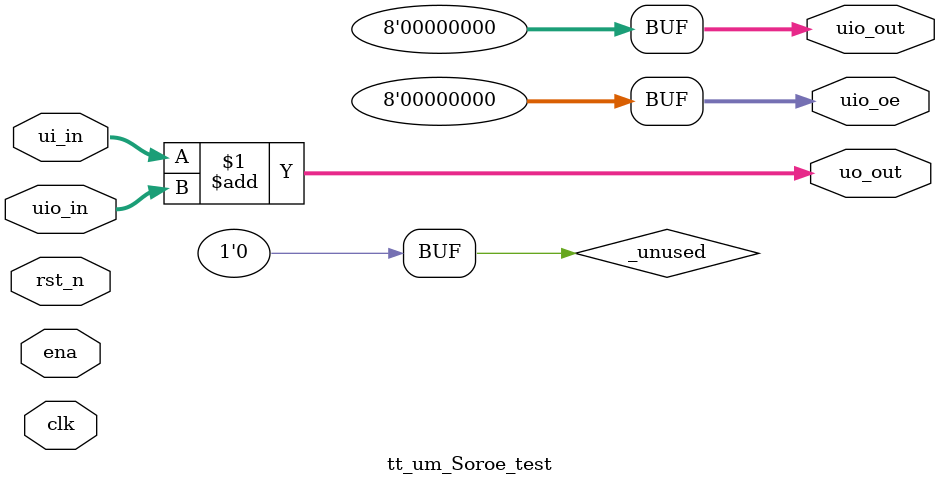
<source format=v>
/*
 * Copyright (c) 2024 Your Name
 * SPDX-License-Identifier: Apache-2.0
 */

`default_nettype none

module tt_um_Soroe_test (
    input  wire [7:0] ui_in,    // Dedicated inputs
    output wire [7:0] uo_out,   // Dedicated outputs
    input  wire [7:0] uio_in,   // IOs: Input path
    output wire [7:0] uio_out,  // IOs: Output path
    output wire [7:0] uio_oe,   // IOs: Enable path (active high: 0=input, 1=output)
    input  wire       ena,      // always 1 when the design is powered, so you can ignore it
    input  wire       clk,      // clock
    input  wire       rst_n     // reset_n - low to reset
);

  // All output pins must be assigned. If not used, assign to 0.
  assign uo_out  = ui_in + uio_in;  // Example: ou_out is the sum of ui_in and uio_in
  assign uio_out = 0;
  assign uio_oe  = 0;

  // List all unused inputs to prevent warnings
  wire _unused = &{ena, clk, rst_n, 1'b0};

endmodule

</source>
